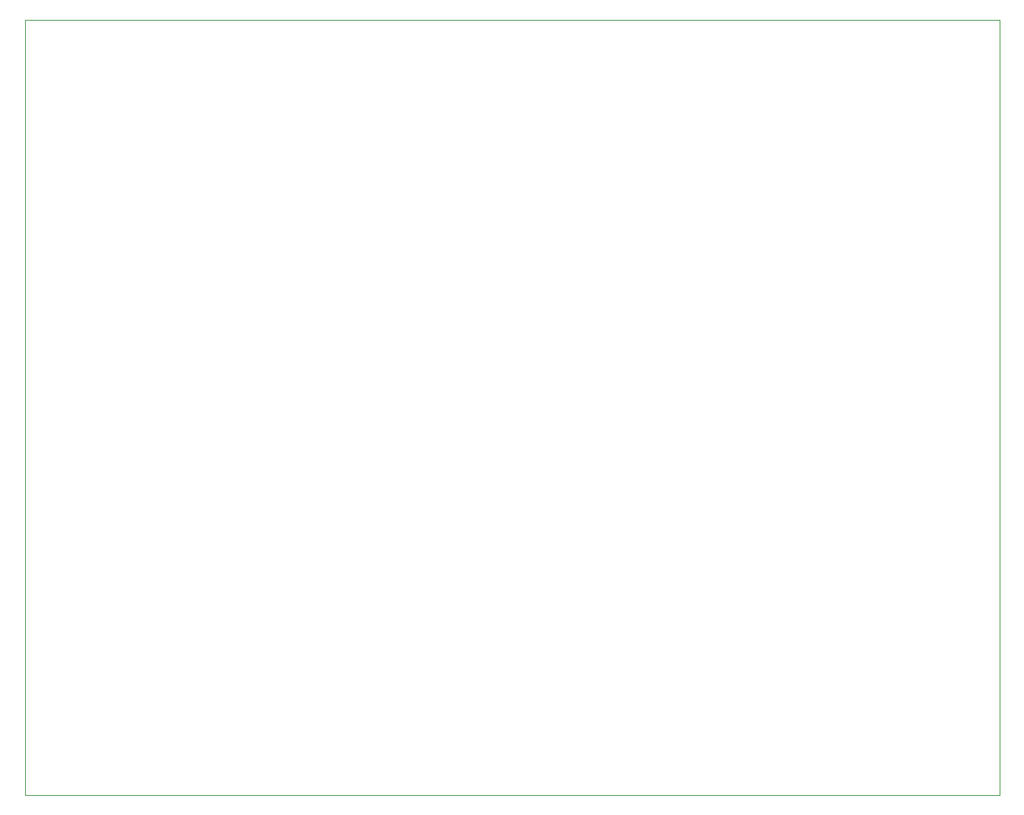
<source format=gbr>
%TF.GenerationSoftware,KiCad,Pcbnew,(5.1.6)-1*%
%TF.CreationDate,2022-01-22T13:21:43-05:00*%
%TF.ProjectId,bilgeAlarm,62696c67-6541-46c6-9172-6d2e6b696361,rev?*%
%TF.SameCoordinates,Original*%
%TF.FileFunction,Profile,NP*%
%FSLAX46Y46*%
G04 Gerber Fmt 4.6, Leading zero omitted, Abs format (unit mm)*
G04 Created by KiCad (PCBNEW (5.1.6)-1) date 2022-01-22 13:21:43*
%MOMM*%
%LPD*%
G01*
G04 APERTURE LIST*
%TA.AperFunction,Profile*%
%ADD10C,0.100000*%
%TD*%
G04 APERTURE END LIST*
D10*
X111760000Y88900000D02*
X0Y88900000D01*
X111760000Y0D02*
X111760000Y88900000D01*
X0Y0D02*
X111760000Y0D01*
X0Y88900000D02*
X0Y0D01*
M02*

</source>
